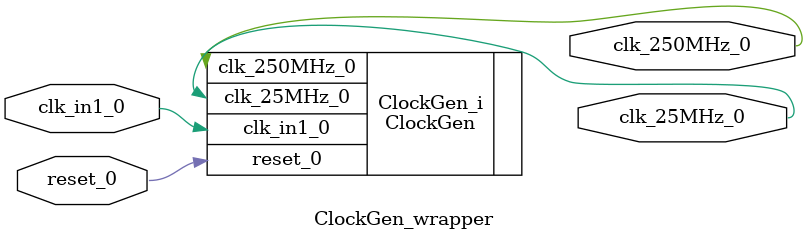
<source format=v>
`timescale 1 ps / 1 ps

module ClockGen_wrapper
   (clk_250MHz_0,
    clk_25MHz_0,
    clk_in1_0,
    reset_0);
  output clk_250MHz_0;
  output clk_25MHz_0;
  input clk_in1_0;
  input reset_0;

  wire clk_250MHz_0;
  wire clk_25MHz_0;
  wire clk_in1_0;
  wire reset_0;

  ClockGen ClockGen_i
       (.clk_250MHz_0(clk_250MHz_0),
        .clk_25MHz_0(clk_25MHz_0),
        .clk_in1_0(clk_in1_0),
        .reset_0(reset_0));
endmodule

</source>
